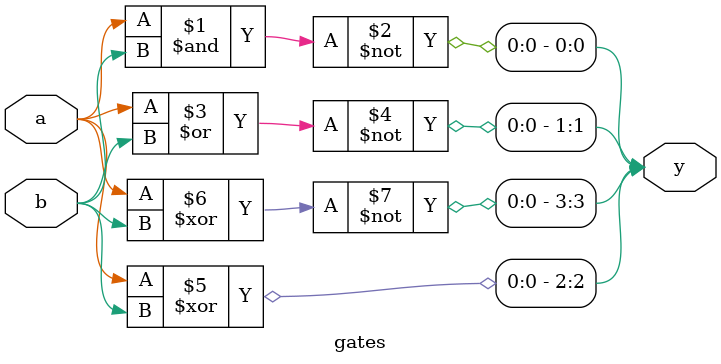
<source format=v>
module gates(
input a,b,
output [3:0]y);
assign y[0]=~(a&b); //nand
assign y[1]=~(a|b); //nor
assign y[2]=a^b; //xor
assign y[3]=~(a^b); // xnor
endmodule

</source>
